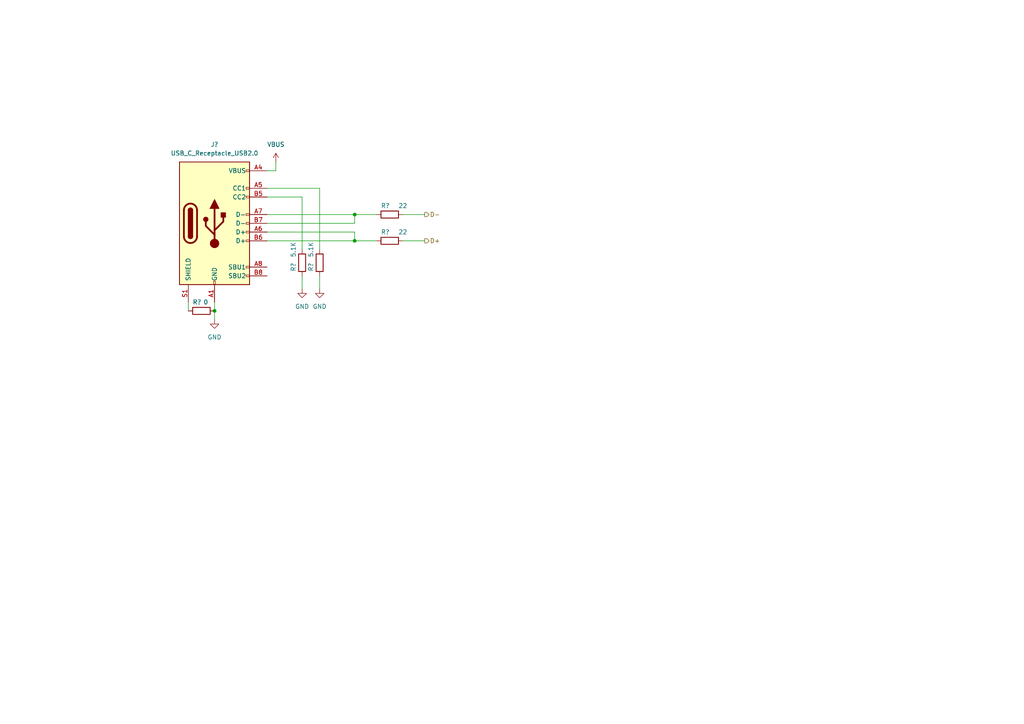
<source format=kicad_sch>
(kicad_sch (version 20211123) (generator eeschema)
  (paper "A4")
  (lib_symbols
    (symbol "Connector:USB_C_Receptacle_USB2.0" (pin_names (offset 1.016))
      (property "Reference" "J" (at -10.16 19.05 0))
      (property "Value" "USB_C_Receptacle_USB2.0" (at 19.05 19.05 0))
      (symbol "USB_C_Receptacle_USB2.0_0_0"
        (rectangle (start -0.254 -17.78) (end 0.254 -16.764))
        (rectangle (start 10.16 -14.986) (end 9.144 -15.494))
        (rectangle (start 10.16 -12.446) (end 9.144 -12.954))
        (rectangle (start 10.16 -4.826) (end 9.144 -5.334))
        (rectangle (start 10.16 -2.286) (end 9.144 -2.794))
        (rectangle (start 10.16 0.254) (end 9.144 -0.254))
        (rectangle (start 10.16 2.794) (end 9.144 2.286))
        (rectangle (start 10.16 7.874) (end 9.144 7.366))
        (rectangle (start 10.16 10.414) (end 9.144 9.906))
        (rectangle (start 10.16 15.494) (end 9.144 14.986))
      )
      (symbol "USB_C_Receptacle_USB2.0_0_1"
        (rectangle (start -10.16 17.78) (end 10.16 -17.78) (stroke (width 0.254)) (fill (type background)))
        (arc (start -8.89 -3.81) (mid -6.985 -5.715) (end -5.08 -3.81) (stroke (width 0.508)))
        (arc (start -7.62 -3.81) (mid -6.985 -4.445) (end -6.35 -3.81) (stroke (width 0.254)))
        (arc (start -7.62 -3.81) (mid -6.985 -4.445) (end -6.35 -3.81) (stroke (width 0.254)) (fill (type outline)))
        (rectangle (start -7.62 -3.81) (end -6.35 3.81) (stroke (width 0.254)) (fill (type outline)))
        (arc (start -6.35 3.81) (mid -6.985 4.445) (end -7.62 3.81) (stroke (width 0.254)))
        (arc (start -6.35 3.81) (mid -6.985 4.445) (end -7.62 3.81) (stroke (width 0.254)) (fill (type outline)))
        (arc (start -5.08 3.81) (mid -6.985 5.715) (end -8.89 3.81) (stroke (width 0.508)))
        (circle (center -2.54 1.143) (radius 0.635) (stroke (width 0.254)) (fill (type outline)))
        (circle (center 0 -5.842) (radius 1.27) (fill (type outline)))
        (polyline (pts (xy -8.89 -3.81) (xy -8.89 3.81)) (stroke (width 0.508)))
        (polyline (pts (xy -5.08 3.81) (xy -5.08 -3.81)) (stroke (width 0.508)))
        (polyline (pts (xy 0 -5.842) (xy 0 4.318)) (stroke (width 0.508)))
        (polyline (pts (xy 0 -3.302) (xy -2.54 -0.762) (xy -2.54 0.508)) (stroke (width 0.508)))
        (polyline (pts (xy 0 -2.032) (xy 2.54 0.508) (xy 2.54 1.778)) (stroke (width 0.508)))
        (polyline (pts (xy -1.27 4.318) (xy 0 6.858) (xy 1.27 4.318) (xy -1.27 4.318)) (stroke (width 0.254)) (fill (type outline)))
        (rectangle (start 1.905 1.778) (end 3.175 3.048) (stroke (width 0.254)) (fill (type outline)))
      )
      (symbol "USB_C_Receptacle_USB2.0_1_1"
        (pin passive line (at 0 -22.86 90) (length 5.08) (name "GND") (number "A1"))
        (pin passive line (at 0 -22.86 90) (length 5.08) hide (name "GND") (number "A12"))
        (pin passive line (at 15.24 15.24 180) (length 5.08) (name "VBUS") (number "A4"))
        (pin bidirectional line (at 15.24 10.16 180) (length 5.08) (name "CC1") (number "A5"))
        (pin bidirectional line (at 15.24 -2.54 180) (length 5.08) (name "D+") (number "A6"))
        (pin bidirectional line (at 15.24 2.54 180) (length 5.08) (name "D-") (number "A7"))
        (pin bidirectional line (at 15.24 -12.7 180) (length 5.08) (name "SBU1") (number "A8"))
        (pin passive line (at 15.24 15.24 180) (length 5.08) hide (name "VBUS") (number "A9"))
        (pin passive line (at 0 -22.86 90) (length 5.08) hide (name "GND") (number "B1"))
        (pin passive line (at 0 -22.86 90) (length 5.08) hide (name "GND") (number "B12"))
        (pin passive line (at 15.24 15.24 180) (length 5.08) hide (name "VBUS") (number "B4"))
        (pin bidirectional line (at 15.24 7.62 180) (length 5.08) (name "CC2") (number "B5"))
        (pin bidirectional line (at 15.24 -5.08 180) (length 5.08) (name "D+") (number "B6"))
        (pin bidirectional line (at 15.24 0 180) (length 5.08) (name "D-") (number "B7"))
        (pin bidirectional line (at 15.24 -15.24 180) (length 5.08) (name "SBU2") (number "B8"))
        (pin passive line (at 15.24 15.24 180) (length 5.08) hide (name "VBUS") (number "B9"))
        (pin passive line (at -7.62 -22.86 90) (length 5.08) (name "SHIELD") (number "S1"))
      )
    )
    (symbol "Device:R" (pin_numbers hide) (pin_names (offset 0))
      (property "Reference" "R" (at 2.032 0 90))
      (property "Value" "R" (at 0 0 90))
      (symbol "R_0_1"
        (rectangle (start -1.016 -2.54) (end 1.016 2.54) (stroke (width 0.254)))
      )
      (symbol "R_1_1"
        (pin passive line (at 0 3.81 270) (length 1.27) (name "~") (number "1"))
        (pin passive line (at 0 -3.81 90) (length 1.27) (name "~") (number "2"))
      )
    )
    (symbol "power:GND" (power) (pin_names (offset 0))
      (property "Value" "GND" (at 0 -3.81 0))
      (symbol "GND_0_1"
        (polyline (pts (xy 0 0) (xy 0 -1.27) (xy 1.27 -1.27) (xy 0 -2.54) (xy -1.27 -1.27) (xy 0 -1.27)))
      )
      (symbol "GND_1_1"
        (pin power_in line (at 0 0 270) (length 0) hide (name "GND") (number "1"))
      )
    )
    (symbol "power:VBUS" (power) (pin_names (offset 0))
      (property "Value" "VBUS" (at 0 3.81 0))
      (symbol "VBUS_0_1"
        (polyline (pts (xy -0.762 1.27) (xy 0 2.54)))
        (polyline (pts (xy 0 0) (xy 0 2.54)))
        (polyline (pts (xy 0 2.54) (xy 0.762 1.27)))
      )
      (symbol "VBUS_1_1"
        (pin power_in line (at 0 0 90) (length 0) hide (name "VBUS") (number "1"))
      )
    )
  )
  (junction (at 102.87 69.85))
  (junction (at 62.23 90.17))
  (junction (at 102.87 62.23))
  (wire (pts (xy 92.71 54.61) (xy 92.71 72.39)))
  (wire (pts (xy 87.63 57.15) (xy 87.63 72.39)))
  (wire (pts (xy 77.47 64.77) (xy 102.87 64.77)))
  (wire (pts (xy 80.01 46.99) (xy 80.01 49.53)))
  (wire (pts (xy 54.61 87.63) (xy 54.61 90.17)))
  (wire (pts (xy 77.47 69.85) (xy 102.87 69.85)))
  (wire (pts (xy 102.87 64.77) (xy 102.87 62.23)))
  (wire (pts (xy 62.23 87.63) (xy 62.23 90.17)))
  (wire (pts (xy 102.87 69.85) (xy 109.22 69.85)))
  (wire (pts (xy 77.47 67.31) (xy 102.87 67.31)))
  (wire (pts (xy 116.84 69.85) (xy 123.19 69.85)))
  (wire (pts (xy 77.47 57.15) (xy 87.63 57.15)))
  (wire (pts (xy 116.84 62.23) (xy 123.19 62.23)))
  (wire (pts (xy 77.47 54.61) (xy 92.71 54.61)))
  (wire (pts (xy 92.71 80.01) (xy 92.71 83.82)))
  (wire (pts (xy 102.87 62.23) (xy 109.22 62.23)))
  (wire (pts (xy 77.47 62.23) (xy 102.87 62.23)))
  (wire (pts (xy 87.63 80.01) (xy 87.63 83.82)))
  (wire (pts (xy 62.23 90.17) (xy 62.23 92.71)))
  (wire (pts (xy 102.87 67.31) (xy 102.87 69.85)))
  (wire (pts (xy 80.01 49.53) (xy 77.47 49.53)))
  (hierarchical_label "D+" (shape output) (at 123.19 69.85 0))
  (hierarchical_label "D-" (shape output) (at 123.19 62.23 0))
  (symbol (lib_id "Device:R") (at 113.03 69.85 90) (unit 1)
    (property "Reference" "R?" (at 111.76 67.31 90))
    (property "Value" "22" (at 116.84 67.31 90))
  )
  (symbol (lib_id "power:GND") (at 87.63 83.82 0) (unit 1)
    (property "Reference" "#PWR?" (effects hide))
    (property "Value" "GND" (at 87.63 88.9 0))
  )
  (symbol (lib_id "Connector:USB_C_Receptacle_USB2.0") (at 62.23 64.77 0) (unit 1)
    (property "Reference" "J?" (at 62.23 41.91 0))
    (property "Value" "USB_C_Receptacle_USB2.0" (at 62.23 44.45 0))
    (property "Datasheet" "https://www.usb.org/sites/default/files/documents/usb_type-c.zip" (effects hide))
  )
  (symbol (lib_id "Device:R") (at 92.71 76.2 180) (unit 1)
    (property "Reference" "R?" (at 90.17 77.47 90))
    (property "Value" "5.1K" (at 90.17 72.39 90))
    (property "Footprint" "Resistor_SMD:R_0603_1608Metric" (effects hide))
  )
  (symbol (lib_id "Device:R") (at 87.63 76.2 180) (unit 1)
    (property "Reference" "R?" (at 85.09 77.47 90))
    (property "Value" "5.1K" (at 85.09 72.39 90))
    (property "Footprint" "Resistor_SMD:R_0603_1608Metric" (effects hide))
  )
  (symbol (lib_id "power:VBUS") (at 80.01 46.99 0) (unit 1)
    (property "Reference" "#PWR?" (effects hide))
    (property "Value" "VBUS" (at 80.01 41.91 0))
  )
  (symbol (lib_id "Device:R") (at 113.03 62.23 90) (unit 1)
    (property "Reference" "R?" (at 111.76 59.69 90))
    (property "Value" "22" (at 116.84 59.69 90))
  )
  (symbol (lib_id "Device:R") (at 58.42 90.17 90) (unit 1)
    (property "Reference" "R?" (at 57.15 87.63 90))
    (property "Value" "0" (at 59.69 87.63 90))
    (property "Footprint" "Resistor_SMD:R_0603_1608Metric" (effects hide))
  )
  (symbol (lib_id "power:GND") (at 62.23 92.71 0) (unit 1)
    (property "Reference" "#PWR?" (effects hide))
    (property "Value" "GND" (at 62.23 97.79 0))
  )
  (symbol (lib_id "power:GND") (at 92.71 83.82 0) (unit 1)
    (property "Reference" "#PWR?" (effects hide))
    (property "Value" "GND" (at 92.71 88.9 0))
  )
)
</source>
